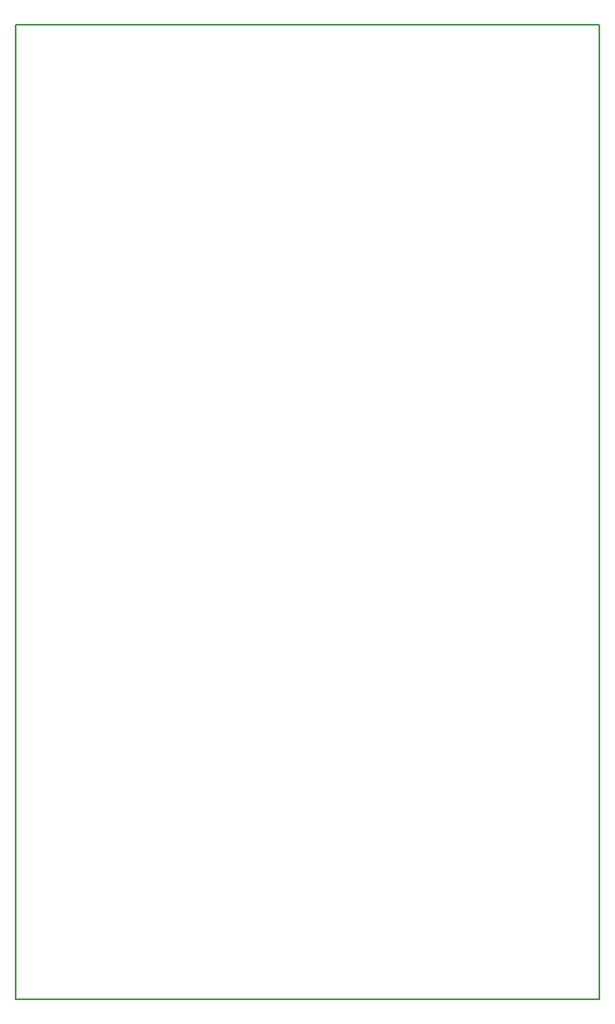
<source format=gm1>
G04 #@! TF.GenerationSoftware,KiCad,Pcbnew,(2017-07-25 revision 161045f)-master*
G04 #@! TF.CreationDate,2017-07-26T13:36:44+03:00*
G04 #@! TF.ProjectId,patch_1x5,70617463685F3178352E6B696361645F,rev?*
G04 #@! TF.SameCoordinates,Original*
G04 #@! TF.FileFunction,Profile,NP*
%FSLAX46Y46*%
G04 Gerber Fmt 4.6, Leading zero omitted, Abs format (unit mm)*
G04 Created by KiCad (PCBNEW (2017-07-25 revision 161045f)-master) date Wed Jul 26 13:36:44 2017*
%MOMM*%
%LPD*%
G01*
G04 APERTURE LIST*
%ADD10C,0.150000*%
G04 APERTURE END LIST*
D10*
X97800000Y-58400000D02*
X97800000Y-58400000D01*
X97800000Y-158400000D02*
X97800000Y-58400000D01*
X157800000Y-158400000D02*
X97800000Y-158400000D01*
X157800000Y-58400000D02*
X157800000Y-158400000D01*
X97800000Y-58400000D02*
X157800000Y-58400000D01*
M02*

</source>
